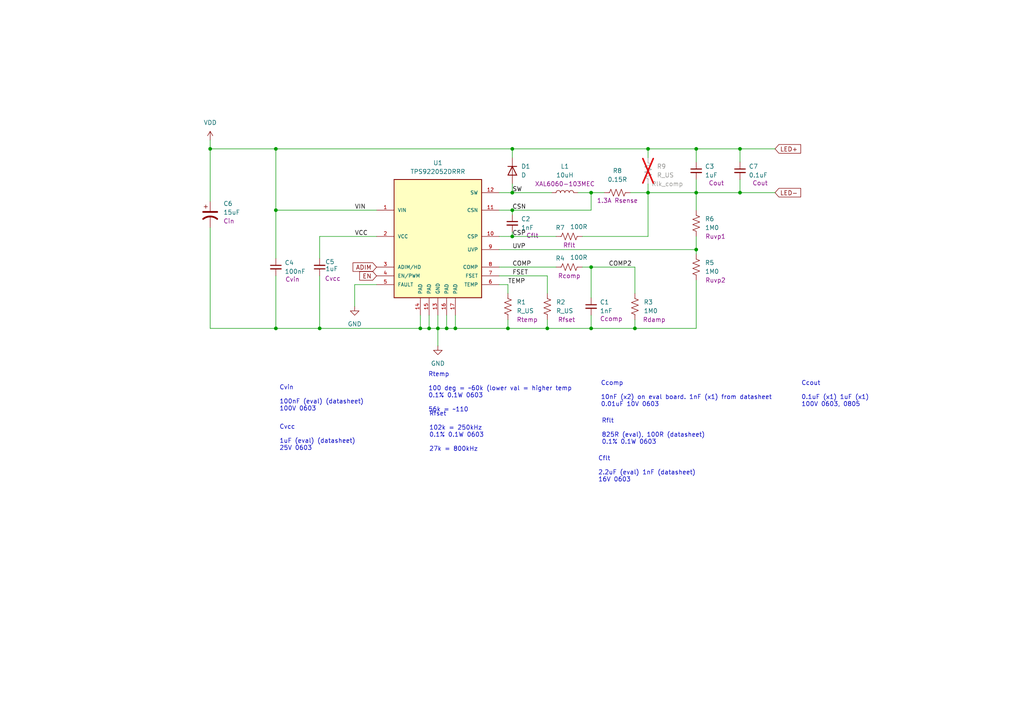
<source format=kicad_sch>
(kicad_sch (version 20231120) (generator "eeschema") (generator_version "8.0")
  (paper "A4")
  (lib_symbols
    (symbol "Connector_Generic:Conn_01x02" (pin_names (offset 1.016) hide)
      (property "Reference" "J" (at 0 2.54 0))
      (property "Value" "Conn_01x02" (at 0 -5.08 0))
      (symbol "Conn_01x02_1_1"
        (rectangle (start -1.27 -2.413) (end 0 -2.667) (stroke (width 0.1524)))
        (rectangle (start -1.27 0.127) (end 0 -0.127) (stroke (width 0.1524)))
        (rectangle (start -1.27 1.27) (end 1.27 -3.81) (stroke (width 0.254)) (fill (type background)))
        (pin passive line (at -5.08 0 0) (length 3.81) (name "Pin_1") (number "1"))
        (pin passive line (at -5.08 -2.54 0) (length 3.81) (name "Pin_2") (number "2"))
      )
    )
    (symbol "Connector_Generic:Conn_01x05" (pin_names (offset 1.016) hide)
      (property "Reference" "J" (at 0 7.62 0))
      (property "Value" "Conn_01x05" (at 0 -7.62 0))
      (symbol "Conn_01x05_1_1"
        (rectangle (start -1.27 -4.953) (end 0 -5.207) (stroke (width 0.1524)))
        (rectangle (start -1.27 -2.413) (end 0 -2.667) (stroke (width 0.1524)))
        (rectangle (start -1.27 0.127) (end 0 -0.127) (stroke (width 0.1524)))
        (rectangle (start -1.27 2.667) (end 0 2.413) (stroke (width 0.1524)))
        (rectangle (start -1.27 5.207) (end 0 4.953) (stroke (width 0.1524)))
        (rectangle (start -1.27 6.35) (end 1.27 -6.35) (stroke (width 0.254)) (fill (type background)))
        (pin passive line (at -5.08 5.08 0) (length 3.81) (name "Pin_1") (number "1"))
        (pin passive line (at -5.08 2.54 0) (length 3.81) (name "Pin_2") (number "2"))
        (pin passive line (at -5.08 0 0) (length 3.81) (name "Pin_3") (number "3"))
        (pin passive line (at -5.08 -2.54 0) (length 3.81) (name "Pin_4") (number "4"))
        (pin passive line (at -5.08 -5.08 0) (length 3.81) (name "Pin_5") (number "5"))
      )
    )
    (symbol "Connector_Generic:Conn_01x07" (pin_names (offset 1.016) hide)
      (property "Reference" "J" (at 0 10.16 0))
      (property "Value" "Conn_01x07" (at 0 -10.16 0))
      (symbol "Conn_01x07_1_1"
        (rectangle (start -1.27 -7.493) (end 0 -7.747) (stroke (width 0.1524)))
        (rectangle (start -1.27 -4.953) (end 0 -5.207) (stroke (width 0.1524)))
        (rectangle (start -1.27 -2.413) (end 0 -2.667) (stroke (width 0.1524)))
        (rectangle (start -1.27 0.127) (end 0 -0.127) (stroke (width 0.1524)))
        (rectangle (start -1.27 2.667) (end 0 2.413) (stroke (width 0.1524)))
        (rectangle (start -1.27 5.207) (end 0 4.953) (stroke (width 0.1524)))
        (rectangle (start -1.27 7.747) (end 0 7.493) (stroke (width 0.1524)))
        (rectangle (start -1.27 8.89) (end 1.27 -8.89) (stroke (width 0.254)) (fill (type background)))
        (pin passive line (at -5.08 7.62 0) (length 3.81) (name "Pin_1") (number "1"))
        (pin passive line (at -5.08 5.08 0) (length 3.81) (name "Pin_2") (number "2"))
        (pin passive line (at -5.08 2.54 0) (length 3.81) (name "Pin_3") (number "3"))
        (pin passive line (at -5.08 0 0) (length 3.81) (name "Pin_4") (number "4"))
        (pin passive line (at -5.08 -2.54 0) (length 3.81) (name "Pin_5") (number "5"))
        (pin passive line (at -5.08 -5.08 0) (length 3.81) (name "Pin_6") (number "6"))
        (pin passive line (at -5.08 -7.62 0) (length 3.81) (name "Pin_7") (number "7"))
      )
    )
    (symbol "Device:C_Polarized_US" (pin_numbers hide) (pin_names (offset 0.254) hide)
      (property "Reference" "C" (at 0.635 2.54 0))
      (property "Value" "C_Polarized_US" (at 0.635 -2.54 0))
      (symbol "C_Polarized_US_0_1"
        (polyline (pts (xy -2.032 0.762) (xy 2.032 0.762)) (stroke (width 0.508)))
        (polyline (pts (xy -1.778 2.286) (xy -0.762 2.286)))
        (polyline (pts (xy -1.27 1.778) (xy -1.27 2.794)))
        (arc (start 2.032 -1.27) (mid 0 -0.5572) (end -2.032 -1.27) (stroke (width 0.508)))
      )
      (symbol "C_Polarized_US_1_1"
        (pin passive line (at 0 3.81 270) (length 2.794) (name "~") (number "1"))
        (pin passive line (at 0 -3.81 90) (length 3.302) (name "~") (number "2"))
      )
    )
    (symbol "Device:C_Small" (pin_numbers hide) (pin_names (offset 0.254) hide)
      (property "Reference" "C" (at 0.254 1.778 0))
      (property "Value" "C_Small" (at 0.254 -2.032 0))
      (symbol "C_Small_0_1"
        (polyline (pts (xy -1.524 -0.508) (xy 1.524 -0.508)) (stroke (width 0.3302)))
        (polyline (pts (xy -1.524 0.508) (xy 1.524 0.508)) (stroke (width 0.3048)))
      )
      (symbol "C_Small_1_1"
        (pin passive line (at 0 2.54 270) (length 2.032) (name "~") (number "1"))
        (pin passive line (at 0 -2.54 90) (length 2.032) (name "~") (number "2"))
      )
    )
    (symbol "Device:D" (pin_numbers hide) (pin_names (offset 1.016) hide)
      (property "Reference" "D" (at 0 2.54 0))
      (property "Value" "D" (at 0 -2.54 0))
      (symbol "D_0_1"
        (polyline (pts (xy -1.27 1.27) (xy -1.27 -1.27)) (stroke (width 0.254)))
        (polyline (pts (xy 1.27 0) (xy -1.27 0)))
        (polyline (pts (xy 1.27 1.27) (xy 1.27 -1.27) (xy -1.27 0) (xy 1.27 1.27)) (stroke (width 0.254)))
      )
      (symbol "D_1_1"
        (pin passive line (at -3.81 0 0) (length 2.54) (name "K") (number "1"))
        (pin passive line (at 3.81 0 180) (length 2.54) (name "A") (number "2"))
      )
    )
    (symbol "Device:L" (pin_numbers hide) (pin_names (offset 1.016) hide)
      (property "Reference" "L" (at -1.27 0 90))
      (property "Value" "L" (at 1.905 0 90))
      (symbol "L_0_1"
        (arc (start 0 -2.54) (mid 0.6323 -1.905) (end 0 -1.27))
        (arc (start 0 -1.27) (mid 0.6323 -0.635) (end 0 0))
        (arc (start 0 0) (mid 0.6323 0.635) (end 0 1.27))
        (arc (start 0 1.27) (mid 0.6323 1.905) (end 0 2.54))
      )
      (symbol "L_1_1"
        (pin passive line (at 0 3.81 270) (length 1.27) (name "1") (number "1"))
        (pin passive line (at 0 -3.81 90) (length 1.27) (name "2") (number "2"))
      )
    )
    (symbol "Device:R_US" (pin_numbers hide) (pin_names (offset 0))
      (property "Reference" "R" (at 2.54 0 90))
      (property "Value" "R_US" (at -2.54 0 90))
      (symbol "R_US_0_1"
        (polyline (pts (xy 0 -2.286) (xy 0 -2.54)))
        (polyline (pts (xy 0 2.286) (xy 0 2.54)))
        (polyline (pts (xy 0 -0.762) (xy 1.016 -1.143) (xy 0 -1.524) (xy -1.016 -1.905) (xy 0 -2.286)))
        (polyline (pts (xy 0 0.762) (xy 1.016 0.381) (xy 0 0) (xy -1.016 -0.381) (xy 0 -0.762)))
        (polyline (pts (xy 0 2.286) (xy 1.016 1.905) (xy 0 1.524) (xy -1.016 1.143) (xy 0 0.762)))
      )
      (symbol "R_US_1_1"
        (pin passive line (at 0 3.81 270) (length 1.27) (name "~") (number "1"))
        (pin passive line (at 0 -3.81 90) (length 1.27) (name "~") (number "2"))
      )
    )
    (symbol "Jumper:Jumper_3_Open" (pin_names (offset 0) hide)
      (property "Reference" "JP" (at -2.54 -2.54 0))
      (property "Value" "Jumper_3_Open" (at 0 2.794 0))
      (symbol "Jumper_3_Open_0_0"
        (circle (center -3.302 0) (radius 0.508))
        (circle (center 0 0) (radius 0.508))
        (circle (center 3.302 0) (radius 0.508))
      )
      (symbol "Jumper_3_Open_0_1"
        (arc (start -0.254 1.016) (mid -1.651 1.4992) (end -3.048 1.016))
        (polyline (pts (xy 0 -0.508) (xy 0 -1.27)))
        (arc (start 3.048 1.016) (mid 1.651 1.4992) (end 0.254 1.016))
      )
      (symbol "Jumper_3_Open_1_1"
        (pin passive line (at -6.35 0 0) (length 2.54) (name "A") (number "1"))
        (pin passive line (at 0 -3.81 90) (length 2.54) (name "C") (number "2"))
        (pin passive line (at 6.35 0 180) (length 2.54) (name "B") (number "3"))
      )
    )
    (symbol "Mechanical:Heatsink" (pin_names (offset 1.016)) (exclude_from_sim yes)
      (property "Reference" "HS" (at 0 5.08 0))
      (property "Value" "Heatsink" (at 0 -1.27 0))
      (symbol "Heatsink_0_1"
        (polyline (pts (xy -0.3302 1.27) (xy -0.9652 1.27) (xy -0.9652 3.81) (xy -1.6002 3.81) (xy -1.6002 1.27) (xy -2.2352 1.27) (xy -2.2352 3.81) (xy -2.8702 3.81) (xy -2.8702 0) (xy -0.9652 0)) (stroke (width 0.254)) (fill (type background)))
        (polyline (pts (xy -0.3302 1.27) (xy -0.3302 3.81) (xy 0.3048 3.81) (xy 0.3048 1.27) (xy 0.9398 1.27) (xy 0.9398 3.81) (xy 1.5748 3.81) (xy 1.5748 1.27) (xy 2.2098 1.27) (xy 2.2098 3.81) (xy 2.8448 3.81) (xy 2.8448 0) (xy -0.9652 0)) (stroke (width 0.254)) (fill (type background)))
      )
    )
    (symbol "Mechanical:MountingHole" (pin_names (offset 1.016)) (exclude_from_sim yes) (in_bom no)
      (property "Reference" "H" (at 0 5.08 0))
      (property "Value" "MountingHole" (at 0 3.175 0))
      (symbol "MountingHole_0_1"
        (circle (center 0 0) (radius 1.27) (stroke (width 1.27)))
      )
    )
    (symbol "TPS922052DRRR:TPS922052DRRR" (pin_names (offset 1.016))
      (property "Reference" "U" (at -12.7 17.272 0))
      (property "Value" "TPS922052DRRR" (at -20.32 -20.574 0))
      (symbol "TPS922052DRRR_0_0"
        (rectangle (start -12.7 16.51) (end 12.7 -17.78) (stroke (width 0.254)) (fill (type background)))
        (pin input line (at -17.78 7.62 0) (length 5.08) (name "VIN") (number "1"))
        (pin input line (at 17.78 0 180) (length 5.08) (name "CSP") (number "10"))
        (pin input line (at 17.78 7.62 180) (length 5.08) (name "CSN") (number "11"))
        (pin output line (at 17.78 12.7 180) (length 5.08) (name "SW") (number "12"))
        (pin power_in line (at 0 -22.86 90) (length 5.08) (name "GND") (number "13"))
        (pin power_in line (at -17.78 0 0) (length 5.08) (name "VCC") (number "2"))
        (pin input line (at -17.78 -8.89 0) (length 5.08) (name "ADIM/HD") (number "3"))
        (pin input line (at -17.78 -11.43 0) (length 5.08) (name "EN/PWM") (number "4"))
        (pin output line (at -17.78 -13.97 0) (length 5.08) (name "FAULT") (number "5"))
        (pin passive line (at 17.78 -13.97 180) (length 5.08) (name "TEMP") (number "6"))
        (pin input line (at 17.78 -11.43 180) (length 5.08) (name "FSET") (number "7"))
        (pin output line (at 17.78 -8.89 180) (length 5.08) (name "COMP") (number "8"))
        (pin input line (at 17.78 -3.81 180) (length 5.08) (name "UVP") (number "9"))
      )
      (symbol "TPS922052DRRR_1_0"
        (pin power_in line (at -5.08 -22.86 90) (length 5.08) (name "PAD") (number "14"))
        (pin power_in line (at -2.54 -22.86 90) (length 5.08) (name "PAD") (number "15"))
        (pin power_in line (at 2.54 -22.86 90) (length 5.08) (name "PAD") (number "16"))
        (pin power_in line (at 5.08 -22.86 90) (length 5.08) (name "PAD") (number "17"))
      )
    )
    (symbol "power:GND" (power) (pin_numbers hide) (pin_names (offset 0) hide)
      (property "Value" "GND" (at 0 -3.81 0))
      (symbol "GND_0_1"
        (polyline (pts (xy 0 0) (xy 0 -1.27) (xy 1.27 -1.27) (xy 0 -2.54) (xy -1.27 -1.27) (xy 0 -1.27)))
      )
      (symbol "GND_1_1"
        (pin power_in line (at 0 0 270) (length 0) (name "~") (number "1"))
      )
    )
    (symbol "power:VDD" (power) (pin_numbers hide) (pin_names (offset 0) hide)
      (property "Value" "VDD" (at 0 3.556 0))
      (symbol "VDD_0_1"
        (polyline (pts (xy -0.762 1.27) (xy 0 2.54)))
        (polyline (pts (xy 0 0) (xy 0 2.54)))
        (polyline (pts (xy 0 2.54) (xy 0.762 1.27)))
      )
      (symbol "VDD_1_1"
        (pin power_in line (at 0 0 90) (length 0) (name "~") (number "1"))
      )
    )
  )
  (junction (at 92.71 95.25))
  (junction (at 118.11 -25.4))
  (junction (at 201.93 43.18))
  (junction (at 187.96 55.88))
  (junction (at 201.93 72.39))
  (junction (at 187.96 43.18))
  (junction (at 147.32 95.25))
  (junction (at 127 95.25))
  (junction (at 80.01 43.18))
  (junction (at 80.01 95.25))
  (junction (at 121.92 95.25))
  (junction (at 162.56 -10.16))
  (junction (at 148.59 68.58))
  (junction (at 171.45 55.88))
  (junction (at 129.54 95.25))
  (junction (at 171.45 95.25))
  (junction (at 80.01 60.96))
  (junction (at 148.59 43.18))
  (junction (at 158.75 95.25))
  (junction (at 184.15 95.25))
  (junction (at 171.45 77.47))
  (junction (at 214.63 55.88))
  (junction (at 162.56 -20.32))
  (junction (at 201.93 55.88))
  (junction (at 148.59 55.88))
  (junction (at 60.96 43.18))
  (junction (at 132.08 95.25))
  (junction (at 118.11 -10.16))
  (junction (at 214.63 43.18))
  (junction (at 148.59 60.96))
  (junction (at 124.46 95.25))
  (no_connect (at 163.83 -15.24))
  (wire (pts (xy 214.63 52.07) (xy 214.63 55.88)))
  (wire (pts (xy 182.88 55.88) (xy 187.96 55.88)))
  (wire (pts (xy 109.22 82.55) (xy 102.87 82.55)))
  (wire (pts (xy 201.93 95.25) (xy 184.15 95.25)))
  (wire (pts (xy 162.56 -20.32) (xy 163.83 -20.32)))
  (wire (pts (xy 187.96 55.88) (xy 187.96 53.34)))
  (wire (pts (xy 167.64 55.88) (xy 171.45 55.88)))
  (wire (pts (xy 215.9 -12.7) (xy 212.09 -12.7)))
  (wire (pts (xy 171.45 55.88) (xy 175.26 55.88)))
  (wire (pts (xy 132.08 95.25) (xy 129.54 95.25)))
  (wire (pts (xy 118.11 -27.94) (xy 118.11 -25.4)))
  (wire (pts (xy 201.93 55.88) (xy 214.63 55.88)))
  (wire (pts (xy 215.9 -8.89) (xy 215.9 -12.7)))
  (wire (pts (xy 129.54 95.25) (xy 127 95.25)))
  (wire (pts (xy 60.96 40.64) (xy 60.96 43.18)))
  (wire (pts (xy 144.78 60.96) (xy 148.59 60.96)))
  (wire (pts (xy 118.11 -25.4) (xy 118.11 -22.86)))
  (wire (pts (xy 199.39 -12.7) (xy 195.58 -12.7)))
  (wire (pts (xy 147.32 82.55) (xy 147.32 85.09)))
  (wire (pts (xy 127 100.33) (xy 127 95.25)))
  (wire (pts (xy 88.9 -19.05) (xy 91.44 -19.05)))
  (wire (pts (xy 171.45 77.47) (xy 171.45 86.36)))
  (wire (pts (xy 214.63 -33.02) (xy 212.09 -33.02)))
  (wire (pts (xy 184.15 77.47) (xy 184.15 85.09)))
  (wire (pts (xy 127 95.25) (xy 127 91.44)))
  (wire (pts (xy 148.59 68.58) (xy 148.59 67.31)))
  (wire (pts (xy 162.56 -20.32) (xy 162.56 -17.78)))
  (wire (pts (xy 147.32 95.25) (xy 132.08 95.25)))
  (wire (pts (xy 60.96 43.18) (xy 80.01 43.18)))
  (wire (pts (xy 158.75 92.71) (xy 158.75 95.25)))
  (wire (pts (xy 162.56 -10.16) (xy 163.83 -10.16)))
  (wire (pts (xy 201.93 43.18) (xy 214.63 43.18)))
  (wire (pts (xy 171.45 77.47) (xy 184.15 77.47)))
  (wire (pts (xy 171.45 95.25) (xy 158.75 95.25)))
  (wire (pts (xy 148.59 60.96) (xy 148.59 62.23)))
  (wire (pts (xy 102.87 82.55) (xy 102.87 88.9)))
  (wire (pts (xy 80.01 80.01) (xy 80.01 95.25)))
  (wire (pts (xy 148.59 68.58) (xy 161.29 68.58)))
  (wire (pts (xy 144.78 72.39) (xy 201.93 72.39)))
  (wire (pts (xy 129.54 91.44) (xy 129.54 95.25)))
  (wire (pts (xy 187.96 45.72) (xy 187.96 43.18)))
  (wire (pts (xy 132.08 91.44) (xy 132.08 95.25)))
  (wire (pts (xy 60.96 66.04) (xy 60.96 95.25)))
  (wire (pts (xy 161.29 -20.32) (xy 162.56 -20.32)))
  (wire (pts (xy 118.11 -10.16) (xy 118.11 -12.7)))
  (wire (pts (xy 171.45 60.96) (xy 171.45 55.88)))
  (wire (pts (xy 144.78 55.88) (xy 148.59 55.88)))
  (wire (pts (xy 187.96 68.58) (xy 187.96 55.88)))
  (wire (pts (xy 144.78 80.01) (xy 158.75 80.01)))
  (wire (pts (xy 124.46 91.44) (xy 124.46 95.25)))
  (wire (pts (xy 80.01 60.96) (xy 109.22 60.96)))
  (wire (pts (xy 148.59 43.18) (xy 148.59 45.72)))
  (wire (pts (xy 201.93 55.88) (xy 187.96 55.88)))
  (wire (pts (xy 214.63 -30.48) (xy 214.63 -33.02)))
  (wire (pts (xy 118.11 -10.16) (xy 120.65 -10.16)))
  (wire (pts (xy 201.93 46.99) (xy 201.93 43.18)))
  (wire (pts (xy 80.01 74.93) (xy 80.01 60.96)))
  (wire (pts (xy 92.71 74.93) (xy 92.71 68.58)))
  (wire (pts (xy 184.15 92.71) (xy 184.15 95.25)))
  (wire (pts (xy 118.11 -12.7) (xy 120.65 -12.7)))
  (wire (pts (xy 158.75 80.01) (xy 158.75 85.09)))
  (wire (pts (xy 168.91 77.47) (xy 171.45 77.47)))
  (wire (pts (xy 148.59 53.34) (xy 148.59 55.88)))
  (wire (pts (xy 148.59 60.96) (xy 171.45 60.96)))
  (wire (pts (xy 162.56 -17.78) (xy 163.83 -17.78)))
  (wire (pts (xy 92.71 95.25) (xy 121.92 95.25)))
  (wire (pts (xy 147.32 92.71) (xy 147.32 95.25)))
  (wire (pts (xy 168.91 68.58) (xy 187.96 68.58)))
  (wire (pts (xy 88.9 -13.97) (xy 88.9 -16.51)))
  (wire (pts (xy 118.11 -7.62) (xy 118.11 -10.16)))
  (wire (pts (xy 214.63 43.18) (xy 224.79 43.18)))
  (wire (pts (xy 144.78 82.55) (xy 147.32 82.55)))
  (wire (pts (xy 118.11 -22.86) (xy 120.65 -22.86)))
  (wire (pts (xy 187.96 43.18) (xy 201.93 43.18)))
  (wire (pts (xy 148.59 55.88) (xy 160.02 55.88)))
  (wire (pts (xy 201.93 60.96) (xy 201.93 55.88)))
  (wire (pts (xy 201.93 72.39) (xy 201.93 73.66)))
  (wire (pts (xy 214.63 43.18) (xy 214.63 46.99)))
  (wire (pts (xy 80.01 95.25) (xy 92.71 95.25)))
  (wire (pts (xy 92.71 68.58) (xy 109.22 68.58)))
  (wire (pts (xy 201.93 52.07) (xy 201.93 55.88)))
  (wire (pts (xy 80.01 43.18) (xy 148.59 43.18)))
  (wire (pts (xy 201.93 68.58) (xy 201.93 72.39)))
  (wire (pts (xy 187.96 43.18) (xy 148.59 43.18)))
  (wire (pts (xy 161.29 -10.16) (xy 162.56 -10.16)))
  (wire (pts (xy 214.63 55.88) (xy 224.79 55.88)))
  (wire (pts (xy 124.46 95.25) (xy 127 95.25)))
  (wire (pts (xy 201.93 81.28) (xy 201.93 95.25)))
  (wire (pts (xy 88.9 -21.59) (xy 88.9 -19.05)))
  (wire (pts (xy 162.56 -10.16) (xy 162.56 -12.7)))
  (wire (pts (xy 80.01 43.18) (xy 80.01 60.96)))
  (wire (pts (xy 144.78 68.58) (xy 148.59 68.58)))
  (wire (pts (xy 118.11 -25.4) (xy 120.65 -25.4)))
  (wire (pts (xy 162.56 -12.7) (xy 163.83 -12.7)))
  (wire (pts (xy 88.9 -16.51) (xy 91.44 -16.51)))
  (wire (pts (xy 184.15 95.25) (xy 171.45 95.25)))
  (wire (pts (xy 60.96 58.42) (xy 60.96 43.18)))
  (wire (pts (xy 121.92 91.44) (xy 121.92 95.25)))
  (wire (pts (xy 92.71 80.01) (xy 92.71 95.25)))
  (wire (pts (xy 158.75 95.25) (xy 147.32 95.25)))
  (wire (pts (xy 121.92 95.25) (xy 124.46 95.25)))
  (wire (pts (xy 60.96 95.25) (xy 80.01 95.25)))
  (wire (pts (xy 144.78 77.47) (xy 161.29 77.47)))
  (wire (pts (xy 171.45 91.44) (xy 171.45 95.25)))
  (wire (pts (xy 195.58 -12.7) (xy 195.58 -10.16)))
  (text "Cvcc\n\n1uF (eval) (datasheet)\n25V 0603" (at 81.026 127 0) (effects (font (size 1.27 1.27)) (justify left)))
  (text "Rflt\n\n825R (eval), 100R (datasheet)\n0.1% 0.1W 0603" (at 174.498 125.222 0) (effects (font (size 1.27 1.27)) (justify left)))
  (text "Cflt\n\n2.2uF (eval) 1nF (datasheet)\n16V 0603" (at 173.482 136.144 0) (effects (font (size 1.27 1.27)) (justify left)))
  (text "Rfset\n\n102k = 250kHz\n0.1% 0.1W 0603\n\n27k = 800kHz" (at 124.46 125.222 0) (effects (font (size 1.27 1.27)) (justify left)))
  (text "Ccout\n\n0.1uF (x1) 1uF (x1)\n100V 0603, 0805" (at 232.41 114.3 0) (effects (font (size 1.27 1.27)) (justify left)))
  (text "2.54mm header" (at 130.048 -29.718 0) (effects (font (size 1.27 1.27))))
  (text "Ccomp\n\n10nF (x2) on eval board. 1nF (x1) from datasheet\n0.01uF 10V 0603" (at 174.244 114.3 0) (effects (font (size 1.27 1.27)) (justify left)))
  (text "Rtemp\n\n100 deg = ~60k (lower val = higher temp\n0.1% 0.1W 0603\n\n56k = ~110" (at 124.206 113.792 0) (effects (font (size 1.27 1.27)) (justify left)))
  (text "Cvin\n\n100nF (eval) (datasheet)\n100V 0603" (at 81.026 115.57 0) (effects (font (size 1.27 1.27)) (justify left)))
  (label "COMP" (at 148.59 77.47 0))
  (label "VCC" (at 102.87 68.58 0))
  (label "FSET" (at 148.59 80.01 0))
  (label "UVP" (at 148.59 72.39 0))
  (label "SW" (at 148.59 55.88 0))
  (label "TEMP" (at 147.32 82.55 0))
  (label "CSN" (at 148.59 60.96 0))
  (label "CSP" (at 148.59 68.58 0))
  (label "VIN" (at 102.87 60.96 0))
  (label "COMP2" (at 176.53 77.47 0))
  (global_label "LED+" (shape input) (at 161.29 -20.32 180) (property "Intersheetrefs" "${INTERSHEET_REFS}" (effects (hide yes))))
  (global_label "LED-" (shape input) (at 161.29 -10.16 180) (property "Intersheetrefs" "${INTERSHEET_REFS}" (effects (hide yes))))
  (global_label "EN" (shape input) (at 120.65 -17.78 180) (property "Intersheetrefs" "${INTERSHEET_REFS}" (effects (hide yes))))
  (global_label "EN" (shape input) (at 109.22 80.01 180) (property "Intersheetrefs" "${INTERSHEET_REFS}" (effects (hide yes))))
  (global_label "ADIM" (shape input) (at 120.65 -15.24 180) (property "Intersheetrefs" "${INTERSHEET_REFS}" (effects (hide yes))))
  (global_label "ADIM" (shape input) (at 109.22 77.47 180) (property "Intersheetrefs" "${INTERSHEET_REFS}" (effects (hide yes))))
  (global_label "LED-" (shape input) (at 163.83 -27.94 180) (property "Intersheetrefs" "${INTERSHEET_REFS}" (effects (hide yes))))
  (global_label "5V" (shape input) (at 199.39 -33.02 180) (property "Intersheetrefs" "${INTERSHEET_REFS}" (effects (hide yes))))
  (global_label "LED-" (shape input) (at 224.79 55.88 0) (property "Intersheetrefs" "${INTERSHEET_REFS}" (effects (hide yes))))
  (global_label "5V" (shape input) (at 120.65 -20.32 180) (property "Intersheetrefs" "${INTERSHEET_REFS}" (effects (hide yes))))
  (global_label "LED+" (shape input) (at 224.79 43.18 0) (property "Intersheetrefs" "${INTERSHEET_REFS}" (effects (hide yes))))
  (global_label "LED+" (shape input) (at 163.83 -25.4 180) (property "Intersheetrefs" "${INTERSHEET_REFS}" (effects (hide yes))))
  (global_label "5V" (shape input) (at 215.9 -8.89 270) (property "Intersheetrefs" "${INTERSHEET_REFS}" (effects (hide yes))))
  (global_label "ADIM" (shape input) (at 205.74 -29.21 270) (property "Intersheetrefs" "${INTERSHEET_REFS}" (effects (hide yes))))
  (global_label "EN" (shape input) (at 205.74 -8.89 270) (property "Intersheetrefs" "${INTERSHEET_REFS}" (effects (hide yes))))
  (symbol (lib_id "power:GND") (at 88.9 -13.97 0) (unit 1)
    (property "Reference" "#PWR05" (effects (hide yes)))
    (property "Value" "GND" (at 88.9 -8.89 0))
    (property "Description" "Power symbol creates a global label with name \"GND\" , ground" (effects (hide yes)))
  )
  (symbol (lib_id "Device:R_US") (at 201.93 77.47 0) (unit 1)
    (property "Reference" "R5" (at 204.47 76.1999 0) (effects (justify left)))
    (property "Value" "1M0" (at 204.47 78.7399 0) (effects (justify left)))
    (property "Footprint" "Resistor_SMD:R_0603_1608Metric" (effects (hide yes)))
    (property "Description" "Ruvp2" (at 207.518 81.28 0))
    (property "LCSC" "C22935" (effects (hide yes)))
  )
  (symbol (lib_id "Device:R_US") (at 158.75 88.9 0) (unit 1)
    (property "Reference" "R2" (at 161.29 87.6299 0) (effects (justify left)))
    (property "Value" "R_US" (at 161.29 90.1699 0) (effects (justify left)))
    (property "Footprint" "Resistor_SMD:R_0603_1608Metric" (effects (hide yes)))
    (property "Description" "Rfset" (at 164.338 92.71 0))
    (property "LCSC" "C22967" (effects (hide yes)))
  )
  (symbol (lib_id "Device:C_Polarized_US") (at 60.96 62.23 0) (unit 1)
    (property "Reference" "C6" (at 64.77 59.0549 0) (effects (justify left)))
    (property "Value" "15uF" (at 64.77 61.5949 0) (effects (justify left)))
    (property "Footprint" "Capacitor_SMD:CP_Elec_10x10.5" (effects (hide yes)))
    (property "Description" "Cin" (at 64.77 64.1349 0) (effects (justify left)))
    (property "LCSC" "C98553" (effects (hide yes)))
  )
  (symbol (lib_id "Device:L") (at 163.83 55.88 90) (unit 1)
    (property "Reference" "L1" (at 163.83 48.26 90))
    (property "Value" "10uH" (at 163.83 50.8 90))
    (property "Footprint" "Inductor_SMD:L_Coilcraft_XAL6060-XXX" (effects (hide yes)))
    (property "Description" "XAL6060-103MEC" (at 163.83 53.34 90))
    (property "LCSC" "C5329540" (effects (hide yes)))
  )
  (symbol (lib_id "power:VDD") (at 60.96 40.64 0) (unit 1)
    (property "Reference" "#PWR010" (effects (hide yes)))
    (property "Value" "VDD" (at 60.96 35.56 0))
    (property "Description" "Power symbol creates a global label with name \"VDD\"" (effects (hide yes)))
  )
  (symbol (lib_id "Device:D") (at 148.59 49.53 270) (unit 1)
    (property "Reference" "D1" (at 151.13 48.2599 90) (effects (justify left)))
    (property "Value" "D" (at 151.13 50.7999 90) (effects (justify left)))
    (property "Footprint" "Diode_SMD:D_SMC" (effects (hide yes)))
    (property "Description" "Diode" (effects (hide yes)))
    (property "Sim.Device" "D" (effects (hide yes)))
    (property "Sim.Pins" "1=K 2=A" (effects (hide yes)))
    (property "LCSC" "C151733" (effects (hide yes)))
    (property "LCSC_Alt" "C145187" (effects (hide yes)))
  )
  (symbol (lib_id "Device:C_Small") (at 214.63 49.53 0) (unit 1)
    (property "Reference" "C7" (at 217.17 48.2662 0) (effects (justify left)))
    (property "Value" "0.1uF" (at 217.17 50.8062 0) (effects (justify left)))
    (property "Footprint" "Capacitor_SMD:C_0603_1608Metric" (effects (hide yes)))
    (property "Description" "Cout" (at 220.472 53.086 0))
    (property "LCSC" "C28233" (effects (hide yes)))
  )
  (symbol (lib_id "power:GND") (at 102.87 88.9 0) (unit 1)
    (property "Reference" "#PWR06" (effects (hide yes)))
    (property "Value" "GND" (at 102.87 93.98 0))
    (property "Description" "Power symbol creates a global label with name \"GND\" , ground" (effects (hide yes)))
  )
  (symbol (lib_id "Connector_Generic:Conn_01x07") (at 125.73 -17.78 0) (unit 1)
    (property "Reference" "J3" (at 128.27 -19.0501 0) (effects (justify left)))
    (property "Value" "Conn_01x07" (at 128.27 -16.5101 0) (effects (justify left)))
    (property "Footprint" "Connector_PinHeader_2.54mm:PinHeader_1x07_P2.54mm_Vertical" (effects (hide yes)))
    (property "Description" "Generic connector, single row, 01x07, script generated (kicad-library-utils/schlib/autogen/connector/)" (effects (hide yes)))
  )
  (symbol (lib_id "power:GND") (at 127 100.33 0) (unit 1)
    (property "Reference" "#PWR01" (effects (hide yes)))
    (property "Value" "GND" (at 127 105.41 0))
    (property "Description" "Power symbol creates a global label with name \"GND\" , ground" (effects (hide yes)))
  )
  (symbol (lib_id "TPS922052DRRR:TPS922052DRRR") (at 127 68.58 0) (unit 1)
    (property "Reference" "U1" (at 127 47.244 0))
    (property "Value" "TPS922052DRRR" (at 127 49.784 0))
    (property "Footprint" "MHCI:SON50P300X300X100-13N" (effects (hide yes)))
    (property "MF" "Texas Instruments" (effects (hide yes)))
    (property "MAXIMUM_PACKAGE_HEIGHT" "1mm" (effects (hide yes)))
    (property "Package" "None" (effects (hide yes)))
    (property "Price" "None" (effects (hide yes)))
    (property "Check_prices" "https://www.snapeda.com/parts/TPS922052DRRR/Texas+Instruments/view-part/?ref=eda" (effects (hide yes)))
    (property "STANDARD" "Manufacturer Recommendations" (effects (hide yes)))
    (property "PARTREV" "A" (effects (hide yes)))
    (property "SnapEDA_Link" "https://www.snapeda.com/parts/TPS922052DRRR/Texas+Instruments/view-part/?ref=snap" (effects (hide yes)))
    (property "SNAPEDA_PACKAGE_ID" "33082" (effects (hide yes)))
    (property "MP" "TPS922052DRRR" (effects (hide yes)))
    (property "Description_1" "\n                        \n                            65-V, 2-A buck LED driver with inductive fast dimming\n                        \n" (effects (hide yes)))
    (property "Availability" "In Stock" (effects (hide yes)))
    (property "MANUFACTURER" "Texas Instruments" (effects (hide yes)))
    (property "LCSC" "C20606923" (effects (hide yes)))
  )
  (symbol (lib_id "Connector_Generic:Conn_01x02") (at 168.91 -27.94 0) (unit 1)
    (property "Reference" "J1" (at 171.45 -27.9401 0) (effects (justify left)))
    (property "Value" "Conn_01x02" (at 171.45 -25.4001 0) (effects (justify left)))
    (property "Footprint" "MHCI:2060-452-998-404 Wago" (effects (hide yes)))
    (property "Description" "Generic connector, single row, 01x02, script generated (kicad-library-utils/schlib/autogen/connector/)" (effects (hide yes)))
    (property "MFR" "2060-452/998-404" (effects (hide yes)))
  )
  (symbol (lib_id "Jumper:Jumper_3_Open") (at 205.74 -33.02 0) (unit 1)
    (property "Reference" "JP2" (at 205.74 -39.37 0))
    (property "Value" "Jumper_3_Open" (at 205.74 -36.83 0))
    (property "Footprint" "Jumper:SolderJumper-3_P1.3mm_Open_RoundedPad1.0x1.5mm" (effects (hide yes)))
    (property "Description" "Jumper, 3-pole, both open" (effects (hide yes)))
  )
  (symbol (lib_id "Device:C_Small") (at 80.01 77.47 0) (unit 1)
    (property "Reference" "C4" (at 82.55 76.2062 0) (effects (justify left)))
    (property "Value" "100nF" (at 82.55 78.7462 0) (effects (justify left)))
    (property "Footprint" "Capacitor_SMD:C_0603_1608Metric" (effects (hide yes)))
    (property "Description" "Cvin" (at 84.836 81.026 0))
    (property "LCSC" "C28233" (effects (hide yes)))
  )
  (symbol (lib_id "Device:C_Small") (at 201.93 49.53 0) (unit 1)
    (property "Reference" "C3" (at 204.47 48.2662 0) (effects (justify left)))
    (property "Value" "1uF" (at 204.47 50.8062 0) (effects (justify left)))
    (property "Footprint" "Capacitor_SMD:C_0805_2012Metric" (effects (hide yes)))
    (property "Description" "Cout" (at 207.772 53.086 0))
    (property "LCSC" "C28323" (effects (hide yes)))
  )
  (symbol (lib_id "Device:C_Small") (at 92.71 77.47 180) (unit 1)
    (property "Reference" "C5" (at 97.028 75.946 0) (effects (justify left)))
    (property "Value" "1uF" (at 98.044 77.978 0) (effects (justify left)))
    (property "Footprint" "Capacitor_SMD:C_0603_1608Metric" (effects (hide yes)))
    (property "Description" "Cvcc" (at 96.52 80.772 0))
    (property "LCSC" "C15849" (effects (hide yes)))
  )
  (symbol (lib_id "power:GND") (at 214.63 -30.48 0) (unit 1)
    (property "Reference" "#PWR07" (effects (hide yes)))
    (property "Value" "GND" (at 214.63 -25.4 0))
    (property "Description" "Power symbol creates a global label with name \"GND\" , ground" (effects (hide yes)))
  )
  (symbol (lib_id "Connector_Generic:Conn_01x02") (at 96.52 -19.05 0) (unit 1)
    (property "Reference" "J4" (at 99.06 -19.0501 0) (effects (justify left)))
    (property "Value" "Conn_01x02" (at 99.06 -16.5101 0) (effects (justify left)))
    (property "Footprint" "MHCI:2060-452-998-404 Wago" (effects (hide yes)))
    (property "Description" "Generic connector, single row, 01x02, script generated (kicad-library-utils/schlib/autogen/connector/)" (effects (hide yes)))
    (property "MFR" "2060-452/998-404" (effects (hide yes)))
  )
  (symbol (lib_id "Device:R_US") (at 165.1 77.47 90) (unit 1)
    (property "Reference" "R4" (at 163.8299 74.93 90) (effects (justify left)))
    (property "Value" "100R" (at 170.434 74.676 90) (effects (justify left)))
    (property "Footprint" "Resistor_SMD:R_0603_1608Metric" (effects (hide yes)))
    (property "Description" "Rcomp" (at 165.1 80.01 90))
    (property "LCSC" "C22775" (effects (hide yes)))
  )
  (symbol (lib_id "Device:R_US") (at 187.96 49.53 0) (unit 1) (exclude_from_sim yes) (in_bom no) (on_board no) (dnp yes)
    (property "Reference" "R9" (at 190.5 48.2599 0) (effects (justify left)))
    (property "Value" "R_US" (at 190.5 50.7999 0) (effects (justify left)))
    (property "Description" "Rlk_comp" (at 193.548 53.34 0))
  )
  (symbol (lib_id "Device:R_US") (at 179.07 55.88 90) (unit 1)
    (property "Reference" "R8" (at 179.07 49.53 90))
    (property "Value" "0.15R" (at 179.07 52.07 90))
    (property "Footprint" "Resistor_SMD:R_1206_3216Metric" (effects (hide yes)))
    (property "Description" "1.3A Rsense" (at 179.07 58.166 90))
    (property "MFR" "RL1632R-R150-F" (effects (hide yes)))
    (property "LCSC" "C2683383" (effects (hide yes)))
  )
  (symbol (lib_id "Mechanical:Heatsink") (at 68.58 -25.4 0) (unit 1) (exclude_from_sim yes)
    (property "Reference" "HS1" (at 72.39 -28.5751 0) (effects (justify left)))
    (property "Value" "Heatsink" (at 72.39 -26.0351 0) (effects (justify left)))
    (property "Footprint" "MHCI:HSB02-101007" (effects (hide yes)))
    (property "Description" "Heatsink" (effects (hide yes)))
  )
  (symbol (lib_id "power:VDD") (at 118.11 -27.94 0) (unit 1)
    (property "Reference" "#PWR04" (effects (hide yes)))
    (property "Value" "VDD" (at 118.11 -33.02 0))
    (property "Description" "Power symbol creates a global label with name \"VDD\"" (effects (hide yes)))
  )
  (symbol (lib_id "Mechanical:MountingHole") (at 33.02 -31.75 0) (unit 1) (exclude_from_sim yes) (in_bom no)
    (property "Reference" "H1" (at 35.56 -33.0201 0) (effects (justify left)))
    (property "Value" "MountingHole" (at 35.56 -30.4801 0) (effects (justify left)))
    (property "Footprint" "MountingHole:MountingHole_3.2mm_M3" (effects (hide yes)))
    (property "Description" "Mounting Hole without connection" (effects (hide yes)))
  )
  (symbol (lib_id "Device:R_US") (at 201.93 64.77 0) (unit 1)
    (property "Reference" "R6" (at 204.47 63.4999 0) (effects (justify left)))
    (property "Value" "1M0" (at 204.47 66.0399 0) (effects (justify left)))
    (property "Footprint" "Resistor_SMD:R_0603_1608Metric" (effects (hide yes)))
    (property "Description" "Ruvp1" (at 207.518 68.58 0))
    (property "LCSC" "C22935" (effects (hide yes)))
  )
  (symbol (lib_id "power:GND") (at 118.11 -7.62 0) (unit 1)
    (property "Reference" "#PWR03" (effects (hide yes)))
    (property "Value" "GND" (at 118.11 -2.54 0))
    (property "Description" "Power symbol creates a global label with name \"GND\" , ground" (effects (hide yes)))
  )
  (symbol (lib_id "Mechanical:MountingHole") (at 33.02 -25.4 0) (unit 1) (exclude_from_sim yes) (in_bom no)
    (property "Reference" "H2" (at 35.56 -26.6701 0) (effects (justify left)))
    (property "Value" "MountingHole" (at 35.56 -24.1301 0) (effects (justify left)))
    (property "Footprint" "MountingHole:MountingHole_3.2mm_M3" (effects (hide yes)))
    (property "Description" "Mounting Hole without connection" (effects (hide yes)))
  )
  (symbol (lib_id "Device:C_Small") (at 171.45 88.9 0) (unit 1)
    (property "Reference" "C1" (at 173.99 87.6362 0) (effects (justify left)))
    (property "Value" "1nF" (at 173.99 90.1762 0) (effects (justify left)))
    (property "Footprint" "Capacitor_SMD:C_0603_1608Metric" (effects (hide yes)))
    (property "Description" "Ccomp" (at 177.292 92.456 0))
    (property "LCSC" "C1588" (effects (hide yes)))
  )
  (symbol (lib_id "Jumper:Jumper_3_Open") (at 205.74 -12.7 0) (unit 1)
    (property "Reference" "JP1" (at 205.74 -19.05 0))
    (property "Value" "Jumper_3_Open" (at 205.74 -16.51 0))
    (property "Footprint" "Jumper:SolderJumper-3_P1.3mm_Open_RoundedPad1.0x1.5mm" (effects (hide yes)))
    (property "Description" "Jumper, 3-pole, both open" (effects (hide yes)))
  )
  (symbol (lib_id "power:GND") (at 195.58 -10.16 0) (unit 1)
    (property "Reference" "#PWR08" (effects (hide yes)))
    (property "Value" "GND" (at 195.58 -5.08 0))
    (property "Description" "Power symbol creates a global label with name \"GND\" , ground" (effects (hide yes)))
  )
  (symbol (lib_id "Device:R_US") (at 165.1 68.58 90) (unit 1)
    (property "Reference" "R7" (at 163.8299 66.04 90) (effects (justify left)))
    (property "Value" "100R" (at 170.434 65.786 90) (effects (justify left)))
    (property "Footprint" "Resistor_SMD:R_0603_1608Metric" (effects (hide yes)))
    (property "Description" "Rflt" (at 165.1 71.12 90))
    (property "LCSC" "C22775" (effects (hide yes)))
  )
  (symbol (lib_id "Device:C_Small") (at 148.59 64.77 0) (unit 1)
    (property "Reference" "C2" (at 151.13 63.5062 0) (effects (justify left)))
    (property "Value" "1nF" (at 151.13 66.0462 0) (effects (justify left)))
    (property "Footprint" "Capacitor_SMD:C_0603_1608Metric" (effects (hide yes)))
    (property "Description" "Cflt" (at 154.432 68.326 0))
    (property "LCSC" "C1588" (effects (hide yes)))
  )
  (symbol (lib_id "power:VDD") (at 88.9 -21.59 0) (unit 1)
    (property "Reference" "#PWR02" (effects (hide yes)))
    (property "Value" "VDD" (at 88.9 -26.67 0))
    (property "Description" "Power symbol creates a global label with name \"VDD\"" (effects (hide yes)))
  )
  (symbol (lib_id "Device:R_US") (at 184.15 88.9 0) (unit 1)
    (property "Reference" "R3" (at 186.69 87.6299 0) (effects (justify left)))
    (property "Value" "1M0" (at 186.69 90.1699 0) (effects (justify left)))
    (property "Footprint" "Resistor_SMD:R_0603_1608Metric" (effects (hide yes)))
    (property "Description" "Rdamp" (at 189.738 92.71 0))
    (property "LCSC" "C22935" (effects (hide yes)))
  )
  (symbol (lib_id "Device:R_US") (at 147.32 88.9 0) (unit 1)
    (property "Reference" "R1" (at 149.86 87.6299 0) (effects (justify left)))
    (property "Value" "R_US" (at 149.86 90.1699 0) (effects (justify left)))
    (property "Footprint" "Resistor_SMD:R_0603_1608Metric" (effects (hide yes)))
    (property "Description" "Rtemp" (at 152.908 92.71 0))
    (property "LCSC" "C23206" (effects (hide yes)))
  )
  (symbol (lib_id "Connector_Generic:Conn_01x05") (at 168.91 -15.24 0) (unit 1)
    (property "Reference" "J2" (at 171.45 -16.5101 0) (effects (justify left)))
    (property "Value" "Conn_01x05" (at 171.45 -13.9701 0) (effects (justify left)))
    (property "Footprint" "Connector_PinHeader_2.54mm:PinHeader_1x05_P2.54mm_Vertical" (effects (hide yes)))
    (property "Description" "Generic connector, single row, 01x05, script generated (kicad-library-utils/schlib/autogen/connector/)" (effects (hide yes)))
  )
)
</source>
